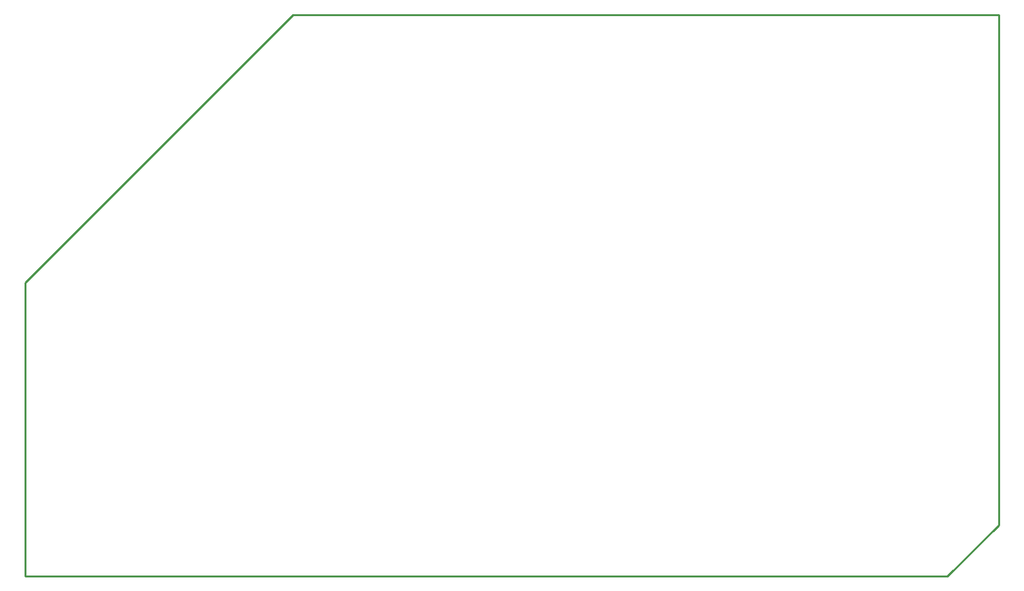
<source format=gbr>
%TF.GenerationSoftware,Altium Limited,Altium Designer,21.0.8 (223)*%
G04 Layer_Color=16711935*
%FSLAX26Y26*%
%MOIN*%
%TF.SameCoordinates,3528F89D-DF25-4B87-B81C-8702AA7ACEB5*%
%TF.FilePolarity,Positive*%
%TF.FileFunction,Keep-out,Top*%
%TF.Part,Single*%
G01*
G75*
%TA.AperFunction,NonConductor*%
%ADD52C,0.010000*%
D52*
X5024606Y257874D02*
X5024606Y2891732D01*
X4760826Y-5906D02*
X5024606Y257874D01*
X-2953Y-5906D02*
X4760826D01*
X1379921Y2891732D02*
X5024606D01*
X-2953Y1508858D02*
X1379921Y2891732D01*
X-2953Y-5906D02*
Y1508858D01*
%TF.MD5,0bf7fd2b128076816193503cabe944bb*%
M02*

</source>
